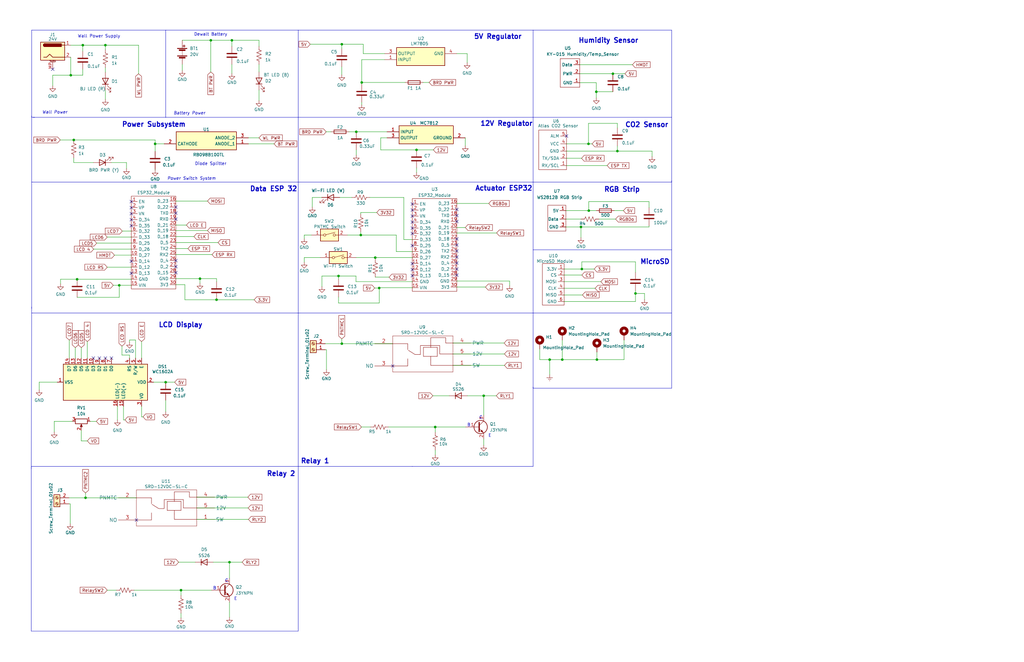
<source format=kicad_sch>
(kicad_sch (version 20230121) (generator eeschema)
  (paper "B")
  (title_block (title "Functional Board ") (date "2/21/2023") (rev "MK.1") (company "Arizona State University CNCE"))
  (lib_symbols
    (symbol "CapstoneSymbols:7805"
      (property "Reference" "U" (at 0 0 0))
      (symbol "7805_1_1"
        (pin passive line (at 13.97 -7.62 180) (length 5.08) (name "INPUT") (number "1"))
        (pin passive line (at 13.97 -5.08 180) (length 5.08) (name "OUTPUT") (number "3"))
        (pin passive line (at -16.51 -5.08 0) (length 5.08) (name "GND") (number "4"))
      )
    )
    (symbol "CapstoneSymbols:7812"
      (property "Reference" "U" (at 0 0 0))
      (symbol "7812_1_1"
        (pin passive line (at 16.002 -6.858 180) (length 5.08) (name "INPUT") (number "1"))
        (pin passive line (at -17.018 -4.318 0) (length 5.08) (name "GROUND") (number "2"))
        (pin passive line (at 16.002 -4.318 180) (length 5.08) (name "OUTPUT") (number "3"))
      )
    )
    (symbol "CapstoneSymbols:Atlas_CO2_Sensor"
      (property "Reference" "U" (at 0 3.302 0))
      (property "Value" "Atlas CO2 Sensor" (at 0.508 1.016 0))
      (symbol "Atlas_CO2_Sensor_1_0"
        (pin input line (at 6.096 -14.986 180) (length 2.54) (name "RX/SCL") (number "1"))
        (pin input line (at 6.096 -11.938 180) (length 2.54) (name "TX/SDA") (number "2"))
        (pin input line (at 6.096 -8.89 180) (length 2.54) (name "GND") (number "3"))
        (pin input line (at 6.096 -5.842 180) (length 2.54) (name "VCC") (number "4"))
        (pin input line (at 6.096 -2.54 180) (length 2.54) (name "ALM") (number "5"))
      )
    )
    (symbol "CapstoneSymbols:ESP32_Module"
      (property "Reference" "U" (at -13.716 1.016 0))
      (property "Value" "ESP32_Module" (at -13.462 -1.016 0))
      (symbol "ESP32_Module_1_0"
        (pin input line (at -3.556 -39.37 180) (length 2.54) (name "3V3") (number "30"))
      )
      (symbol "ESP32_Module_1_1"
        (pin input line (at -22.352 -4.318 0) (length 2.54) (name "EN") (number "1"))
        (pin input line (at -22.352 -26.924 0) (length 2.54) (name "D_27") (number "10"))
        (pin input line (at -22.352 -29.464 0) (length 2.54) (name "D_14") (number "11"))
        (pin input line (at -22.352 -32.004 0) (length 2.54) (name "D_12") (number "12"))
        (pin input line (at -22.352 -34.544 0) (length 2.54) (name "D_13") (number "13"))
        (pin input line (at -22.352 -37.084 0) (length 2.54) (name "GND") (number "14"))
        (pin input line (at -22.352 -39.624 0) (length 2.54) (name "VIN") (number "15"))
        (pin input line (at -3.556 -4.064 180) (length 2.54) (name "D_23") (number "16"))
        (pin input line (at -3.556 -6.604 180) (length 2.54) (name "D_22") (number "17"))
        (pin input line (at -3.556 -9.144 180) (length 2.54) (name "TX0") (number "18"))
        (pin input line (at -3.556 -11.684 180) (length 2.54) (name "RX0") (number "19"))
        (pin input line (at -22.352 -6.858 0) (length 2.54) (name "VP") (number "2"))
        (pin input line (at -3.556 -14.224 180) (length 2.54) (name "D_21") (number "20"))
        (pin input line (at -3.556 -16.51 180) (length 2.54) (name "D_19") (number "21"))
        (pin input line (at -3.556 -19.05 180) (length 2.54) (name "D_18") (number "22"))
        (pin input line (at -3.556 -21.59 180) (length 2.54) (name "D_5") (number "23"))
        (pin input line (at -3.556 -24.13 180) (length 2.54) (name "TX2") (number "24"))
        (pin input line (at -3.556 -26.67 180) (length 2.54) (name "RX2") (number "25"))
        (pin input line (at -3.556 -29.21 180) (length 2.54) (name "D_4") (number "26"))
        (pin input line (at -3.556 -31.75 180) (length 2.54) (name "D_2") (number "27"))
        (pin input line (at -3.556 -34.29 180) (length 2.54) (name "D_15") (number "28"))
        (pin input line (at -3.556 -36.83 180) (length 2.54) (name "GND") (number "29"))
        (pin input line (at -22.352 -9.398 0) (length 2.54) (name "VN") (number "3"))
        (pin input line (at -22.352 -11.938 0) (length 2.54) (name "D_34") (number "4"))
        (pin input line (at -22.352 -14.478 0) (length 2.54) (name "D_35") (number "5"))
        (pin input line (at -22.352 -16.764 0) (length 2.54) (name "D_32") (number "6"))
        (pin input line (at -22.352 -19.304 0) (length 2.54) (name "D_33") (number "7"))
        (pin input line (at -22.352 -21.844 0) (length 2.54) (name "D_25") (number "8"))
        (pin input line (at -22.352 -24.384 0) (length 2.54) (name "D_26") (number "9"))
      )
    )
    (symbol "CapstoneSymbols:MicroSD_Module"
      (property "Reference" "U" (at 0.254 2.794 0))
      (property "Value" "MicroSD Module" (at 0 1.016 0))
      (symbol "MicroSD_Module_1_0"
        (pin input line (at 3.302 -2.286 180) (length 2.54) (name "3.3V") (number "1"))
        (pin input line (at 3.302 -4.826 180) (length 2.54) (name "CS") (number "2"))
        (pin input line (at 3.302 -7.62 180) (length 2.54) (name "MOSI") (number "3"))
        (pin input line (at 3.302 -10.414 180) (length 2.54) (name "CLK") (number "4"))
        (pin input line (at 3.302 -13.208 180) (length 2.54) (name "MISO") (number "5"))
        (pin input line (at 3.302 -16.002 180) (length 2.54) (name "GND") (number "6"))
      )
    )
    (symbol "CapstoneSymbols:RB098BM100TL"
      (property "Reference" "U" (at 0 0 0))
      (symbol "RB098BM100TL_1_1"
        (pin passive line (at -16.764 -4.572 0) (length 5.08) (name "ANODE_1") (number "1"))
        (pin passive line (at 18.796 -4.572 180) (length 5.08) (name "CATHODE") (number "2"))
        (pin passive line (at -16.764 -7.112 0) (length 5.08) (name "ANODE_2") (number "3"))
      )
    )
    (symbol "CapstoneSymbols:SRD12VRelay"
      (property "Reference" "U" (at -0.762 -1.524 0))
      (property "Value" "SRD-12VDC-SL-C" (at -0.762 -4.064 0))
      (symbol "SRD12VRelay_1_1"
        (pin input line (at 12.446 -18.034 0) (length 7.62) (name "SW") (number "1"))
        (pin input line (at -12.954 -8.89 180) (length 7.62) (name "PNMTC") (number "2"))
        (pin input line (at -12.954 -18.288 180) (length 7.62) (name "NO") (number "3"))
        (pin input line (at 12.446 -8.636 0) (length 7.62) (name "PWR") (number "4"))
        (pin input line (at 12.446 -13.208 0) (length 7.62) (name "12V") (number "5"))
      )
    )
    (symbol "CapstoneSymbols:WS2812B_RGB_Strip"
      (property "Reference" "U7" (at -1.524 5.461 0))
      (property "Value" "WS2812B RGB Strip" (at -0.381 2.794 0))
      (symbol "WS2812B_RGB_Strip_1_0"
        (pin input line (at 2.286 -2.794 180) (length 2.54) (name "5V") (number "1"))
        (pin input line (at 2.286 -6.35 180) (length 2.54) (name "Data") (number "2"))
        (pin input line (at 2.286 -9.652 180) (length 2.54) (name "GND") (number "3"))
      )
    )
    (symbol "Christians Library:KY-015_Humidity{slash}Temp_Sensor"
      (property "Reference" "U5" (at -0.3175 0 0))
      (property "Value" "KY-015 Humidity/Temp_Sensor" (at -0.3175 -2.54 0))
      (symbol "KY-015_Humidity{slash}Temp_Sensor_1_1"
        (pin input line (at 3.81 -15.24 180) (length 2.54) (name "GND") (number "1"))
        (pin input line (at 3.81 -11.43 180) (length 2.54) (name "PWR") (number "2"))
        (pin input line (at 3.81 -7.62 180) (length 2.54) (name "Data") (number "3"))
      )
    )
    (symbol "Connector:Barrel_Jack_MountingPin" (pin_names hide)
      (property "Reference" "J" (at 0 5.334 0))
      (property "Value" "Barrel_Jack_MountingPin" (at 1.27 -6.35 0))
      (symbol "Barrel_Jack_MountingPin_1_1"
        (text "Mounting" (at 0 -4.191 0) (effects (font (size 0.381 0.381))))
        (pin passive line (at 7.62 2.54 180) (length 2.54) (name "~") (number "1"))
        (pin passive line (at 7.62 -2.54 180) (length 2.54) (name "~") (number "2"))
        (pin passive line (at 0 -7.62 90) (length 3.048) (name "MountPin") (number "MP"))
      )
    )
    (symbol "Connector:Screw_Terminal_01x02" (pin_names (offset 1.016) hide)
      (property "Reference" "J" (at 0 2.54 0))
      (property "Value" "Screw_Terminal_01x02" (at 0 -5.08 0))
      (symbol "Screw_Terminal_01x02_1_1"
        (pin passive line (at -5.08 0 0) (length 3.81) (name "Pin_1") (number "1"))
        (pin passive line (at -5.08 -2.54 0) (length 3.81) (name "Pin_2") (number "2"))
      )
    )
    (symbol "Device:Battery" (pin_numbers hide) (pin_names (offset 0) hide)
      (property "Reference" "BT" (at 2.54 2.54 0))
      (property "Value" "Battery" (at 2.54 0 0))
      (symbol "Battery_1_1"
        (pin passive line (at 0 5.08 270) (length 2.54) (name "+") (number "1"))
        (pin passive line (at 0 -5.08 90) (length 2.54) (name "-") (number "2"))
      )
    )
    (symbol "Device:C" (pin_numbers hide) (pin_names (offset 0.254))
      (property "Reference" "C" (at 0.635 2.54 0))
      (property "Value" "C" (at 0.635 -2.54 0))
      (symbol "C_1_1"
        (pin passive line (at 0 3.81 270) (length 2.794) (name "~") (number "1"))
        (pin passive line (at 0 -3.81 90) (length 2.794) (name "~") (number "2"))
      )
    )
    (symbol "Device:Fuse" (pin_numbers hide) (pin_names (offset 0))
      (property "Reference" "F" (at 2.032 0 90))
      (property "Value" "Fuse" (at -1.905 0 90))
      (symbol "Fuse_1_1"
        (pin passive line (at 0 3.81 270) (length 1.27) (name "~") (number "1"))
        (pin passive line (at 0 -3.81 90) (length 1.27) (name "~") (number "2"))
      )
    )
    (symbol "Device:LED" (pin_numbers hide) (pin_names (offset 1.016) hide)
      (property "Reference" "D" (at 0 2.54 0))
      (property "Value" "LED" (at 0 -2.54 0))
      (symbol "LED_1_1"
        (pin passive line (at -3.81 0 0) (length 2.54) (name "K") (number "1"))
        (pin passive line (at 3.81 0 180) (length 2.54) (name "A") (number "2"))
      )
    )
    (symbol "Device:R_Potentiometer" (pin_names (offset 1.016) hide)
      (property "Reference" "RV" (at -4.445 0 90))
      (property "Value" "R_Potentiometer" (at -2.54 0 90))
      (symbol "R_Potentiometer_1_1"
        (pin passive line (at 0 3.81 270) (length 1.27) (name "1") (number "1"))
        (pin passive line (at 3.81 0 180) (length 1.27) (name "2") (number "2"))
        (pin passive line (at 0 -3.81 90) (length 1.27) (name "3") (number "3"))
      )
    )
    (symbol "Device:R_US" (pin_numbers hide) (pin_names (offset 0))
      (property "Reference" "R" (at 2.54 0 90))
      (property "Value" "R_US" (at -2.54 0 90))
      (symbol "R_US_1_1"
        (pin passive line (at 0 3.81 270) (length 1.27) (name "~") (number "1"))
        (pin passive line (at 0 -3.81 90) (length 1.27) (name "~") (number "2"))
      )
    )
    (symbol "Diode:1N4007" (pin_numbers hide) (pin_names (offset 1.016) hide)
      (property "Reference" "D" (at 0 2.54 0))
      (property "Value" "1N4007" (at 0 -2.54 0))
      (symbol "1N4007_1_1"
        (pin passive line (at -3.81 0 0) (length 2.54) (name "K") (number "1"))
        (pin passive line (at 3.81 0 180) (length 2.54) (name "A") (number "2"))
      )
    )
    (symbol "Display_Character:WC1602A"
      (property "Reference" "DS" (at -5.842 19.05 0))
      (property "Value" "WC1602A" (at 5.334 19.05 0))
      (symbol "WC1602A_1_1"
        (pin power_in line (at 0 -20.32 90) (length 2.54) (name "VSS") (number "1"))
        (pin input line (at -10.16 -5.08 0) (length 2.54) (name "D3") (number "10"))
        (pin input line (at -10.16 -7.62 0) (length 2.54) (name "D4") (number "11"))
        (pin input line (at -10.16 -10.16 0) (length 2.54) (name "D5") (number "12"))
        (pin input line (at -10.16 -12.7 0) (length 2.54) (name "D6") (number "13"))
        (pin input line (at -10.16 -15.24 0) (length 2.54) (name "D7") (number "14"))
        (pin power_in line (at 10.16 7.62 180) (length 2.54) (name "LED(+)") (number "15"))
        (pin power_in line (at 10.16 5.08 180) (length 2.54) (name "LED(-)") (number "16"))
        (pin power_in line (at 0 20.32 270) (length 2.54) (name "VDD") (number "2"))
        (pin input line (at 10.16 15.24 180) (length 2.54) (name "VO") (number "3"))
        (pin input line (at -10.16 10.16 0) (length 2.54) (name "RS") (number "4"))
        (pin input line (at -10.16 12.7 0) (length 2.54) (name "R/W") (number "5"))
        (pin input line (at -10.16 15.24 0) (length 2.54) (name "E") (number "6"))
        (pin input line (at -10.16 2.54 0) (length 2.54) (name "D0") (number "7"))
        (pin input line (at -10.16 0 0) (length 2.54) (name "D1") (number "8"))
        (pin input line (at -10.16 -2.54 0) (length 2.54) (name "D2") (number "9"))
      )
    )
    (symbol "Earth_1" (power) (pin_names (offset 0))
      (symbol "Earth_1_1_1"
        (pin power_in line (at 0 0 270) (length 0) hide (name "Earth") (number "1"))
      )
    )
    (symbol "Mechanical:MountingHole_Pad" (pin_numbers hide) (pin_names (offset 1.016) hide)
      (property "Reference" "H" (at 0 6.35 0))
      (property "Value" "MountingHole_Pad" (at 0 4.445 0))
      (symbol "MountingHole_Pad_1_1"
        (pin input line (at 0 -2.54 90) (length 2.54) (name "1") (number "1"))
      )
    )
    (symbol "Switch:SW_DIP_x01" (pin_names (offset 0) hide)
      (property "Reference" "SW" (at 0 3.81 0))
      (property "Value" "SW_DIP_x01" (at 0 -3.81 0))
      (symbol "SW_DIP_x01_1_1"
        (pin passive line (at -7.62 0 0) (length 5.08) (name "~") (number "1"))
        (pin passive line (at 7.62 0 180) (length 5.08) (name "~") (number "2"))
      )
    )
    (symbol "Transistor_BJT:2N3055" (pin_names (offset 0) hide)
      (property "Reference" "Q" (at 5.08 1.905 0))
      (property "Value" "2N3055" (at 5.08 0 0))
      (symbol "2N3055_1_1"
        (pin input line (at -5.08 0 0) (length 5.715) (name "B") (number "1"))
        (pin passive line (at 2.54 -5.08 90) (length 2.54) (name "E") (number "2"))
        (pin passive line (at 2.54 5.08 270) (length 2.54) (name "C") (number "3"))
      )
    )
    (symbol "power:GND" (power) (pin_names (offset 0))
      (property "Value" "GND" (at 0 -3.81 0))
      (symbol "GND_1_1"
        (pin power_in line (at 0 0 270) (length 0) hide (name "GND") (number "1"))
      )
    )
  )
  (junction (at 245.364 113.538))
  (junction (at 150.241 55.626))
  (junction (at 144.145 18.669))
  (junction (at 183.515 180.213))
  (junction (at 65.405 60.706))
  (junction (at 144.145 145.034))
  (junction (at 84.328 117.602))
  (junction (at 248.158 60.706))
  (junction (at 267.97 123.825))
  (junction (at 32.512 117.856))
  (junction (at 69.85 161.29))
  (junction (at 258.445 31.115))
  (junction (at 44.45 19.05))
  (junction (at 251.46 38.735))
  (junction (at 91.313 126.492))
  (junction (at 248.285 88.9))
  (junction (at 142.748 116.459))
  (junction (at 175.641 63.246))
  (junction (at 244.983 95.758))
  (junction (at 34.925 19.05))
  (junction (at 152.146 99.187))
  (junction (at 97.79 17.018))
  (junction (at 50.292 120.396))
  (junction (at 158.242 108.712))
  (junction (at 88.9 17.018))
  (junction (at 152.527 34.798))
  (junction (at 251.714 151.765))
  (junction (at 159.893 121.539))
  (junction (at 31.115 59.055))
  (junction (at 260.35 63.754))
  (junction (at 36.068 210.058))
  (junction (at 76.327 249.047))
  (junction (at 231.775 151.765))
  (junction (at 29.845 31.75))
  (junction (at 96.774 237.236))
  (junction (at 203.962 167.005))
  (junction (at 237.109 151.765))
  (no_connect (at 74.168 89.916))
  (no_connect (at 173.863 103.632))
  (no_connect (at 192.659 116.078))
  (no_connect (at 173.863 116.332))
  (no_connect (at 55.372 110.236))
  (no_connect (at 192.659 88.392))
  (no_connect (at 173.863 113.792))
  (no_connect (at 55.372 85.09))
  (no_connect (at 192.659 110.998))
  (no_connect (at 74.168 92.456))
  (no_connect (at 173.863 111.252))
  (no_connect (at 238.887 57.404))
  (no_connect (at 55.372 87.63))
  (no_connect (at 55.372 115.316))
  (no_connect (at 173.863 88.646))
  (no_connect (at 192.659 113.538))
  (no_connect (at 192.659 93.472))
  (no_connect (at 192.659 105.918))
  (no_connect (at 173.863 98.552))
  (no_connect (at 192.659 90.932))
  (no_connect (at 57.531 219.456))
  (no_connect (at 39.37 151.13))
  (no_connect (at 41.91 151.13))
  (no_connect (at 44.45 151.13))
  (no_connect (at 46.99 151.13))
  (no_connect (at 173.863 91.186))
  (no_connect (at 22.225 29.21))
  (no_connect (at 55.372 92.71))
  (no_connect (at 74.168 112.522))
  (no_connect (at 74.168 115.062))
  (no_connect (at 173.863 96.266))
  (no_connect (at 173.863 86.106))
  (no_connect (at 74.168 109.982))
  (no_connect (at 165.608 154.432))
  (no_connect (at 55.372 90.17))
  (no_connect (at 55.372 95.25))
  (no_connect (at 192.659 108.458))
  (no_connect (at 173.863 93.726))
  (no_connect (at 192.659 103.378))
  (no_connect (at 192.659 100.838))
  (no_connect (at 74.168 87.376))
  (wire (pts (xy 56.642 249.047) (xy 76.327 249.047)))
  (wire (pts (xy 142.748 127.889) (xy 159.893 127.889)))
  (polyline (pts (xy 224.79 132.08) (xy 283.21 132.08)))
  (polyline (pts (xy 173.736 196.85) (xy 224.79 196.85)))
  (wire (pts (xy 34.29 186.055) (xy 36.83 186.055)))
  (polyline (pts (xy 283.21 49.53) (xy 224.79 49.53)))
  (wire (pts (xy 44.45 20.955) (xy 44.45 19.05)))
  (polyline (pts (xy 125.73 132.08) (xy 125.73 76.835)))
  (wire (pts (xy 29.845 31.75) (xy 22.225 31.75)))
  (wire (pts (xy 203.962 185.293) (xy 203.962 187.833)))
  (wire (pts (xy 40.767 102.616) (xy 55.372 102.616)))
  (wire (pts (xy 54.61 143.51) (xy 57.15 143.51)))
  (wire (pts (xy 182.499 167.005) (xy 189.484 167.005)))
  (wire (pts (xy 150.114 116.459) (xy 142.748 116.459)))
  (wire (pts (xy 74.168 104.902) (xy 79.248 104.902)))
  (wire (pts (xy 248.285 88.9) (xy 251.46 88.9)))
  (polyline (pts (xy 13.97 49.53) (xy 69.85 49.53)))
  (wire (pts (xy 152.527 34.798) (xy 170.815 34.798)))
  (wire (pts (xy 82.931 214.376) (xy 104.648 214.376)))
  (wire (pts (xy 147.193 55.626) (xy 150.241 55.626)))
  (wire (pts (xy 260.35 52.07) (xy 248.158 52.07)))
  (wire (pts (xy 44.45 19.05) (xy 58.42 19.05)))
  (wire (pts (xy 34.925 29.21) (xy 34.925 31.75)))
  (wire (pts (xy 74.168 94.996) (xy 78.613 94.996)))
  (wire (pts (xy 29.083 210.058) (xy 36.068 210.058)))
  (wire (pts (xy 25.527 119.761) (xy 25.527 117.856)))
  (wire (pts (xy 237.871 118.872) (xy 253.365 118.872)))
  (wire (pts (xy 51.562 97.536) (xy 55.372 97.536)))
  (wire (pts (xy 167.132 106.172) (xy 167.132 99.187)))
  (wire (pts (xy 32.512 125.476) (xy 50.292 125.476)))
  (wire (pts (xy 170.307 83.312) (xy 170.307 101.092)))
  (wire (pts (xy 25.527 117.856) (xy 32.512 117.856)))
  (wire (pts (xy 183.515 180.213) (xy 196.342 180.213)))
  (polyline (pts (xy 13.335 49.53) (xy 14.605 49.53)))
  (wire (pts (xy 153.162 22.606) (xy 153.162 18.669)))
  (wire (pts (xy 76.835 17.018) (xy 88.9 17.018)))
  (wire (pts (xy 152.146 90.297) (xy 152.146 89.662)))
  (wire (pts (xy 192.659 85.852) (xy 206.121 85.852)))
  (wire (pts (xy 175.641 63.246) (xy 182.753 63.246)))
  (wire (pts (xy 59.69 175.895) (xy 59.69 171.45)))
  (wire (pts (xy 170.307 101.092) (xy 173.863 101.092)))
  (wire (pts (xy 231.775 151.765) (xy 237.109 151.765)))
  (wire (pts (xy 31.75 146.685) (xy 31.75 151.13)))
  (wire (pts (xy 271.78 126.365) (xy 271.78 123.825)))
  (wire (pts (xy 160.528 63.246) (xy 160.528 58.166)))
  (wire (pts (xy 237.871 127.254) (xy 267.97 127.254)))
  (wire (pts (xy 32.512 117.856) (xy 55.372 117.856)))
  (wire (pts (xy 104.775 60.706) (xy 115.57 60.706)))
  (wire (pts (xy 109.22 17.018) (xy 109.22 19.558)))
  (wire (pts (xy 25.4 59.055) (xy 31.115 59.055)))
  (wire (pts (xy 97.79 17.018) (xy 97.79 19.558)))
  (wire (pts (xy 135.636 83.312) (xy 131.699 83.312)))
  (wire (pts (xy 244.475 31.115) (xy 258.445 31.115)))
  (wire (pts (xy 248.158 60.706) (xy 249.682 60.706)))
  (wire (pts (xy 76.327 258.826) (xy 76.327 260.731)))
  (wire (pts (xy 157.988 121.539) (xy 159.893 121.539)))
  (wire (pts (xy 88.9 17.018) (xy 88.9 30.353)))
  (wire (pts (xy 50.292 125.476) (xy 50.292 120.396)))
  (wire (pts (xy 192.659 118.618) (xy 214.884 118.618)))
  (wire (pts (xy 137.668 147.574) (xy 137.668 155.956)))
  (wire (pts (xy 131.699 83.312) (xy 131.699 87.376)))
  (wire (pts (xy 203.962 167.005) (xy 209.296 167.005)))
  (wire (pts (xy 65.405 60.706) (xy 65.405 59.055)))
  (polyline (pts (xy 13.208 197.866) (xy 13.335 129.54)))
  (wire (pts (xy 251.714 151.765) (xy 263.144 151.765)))
  (wire (pts (xy 238.633 95.758) (xy 244.983 95.758)))
  (polyline (pts (xy 125.73 12.7) (xy 125.73 49.53)))
  (wire (pts (xy 74.168 102.362) (xy 91.948 102.362)))
  (wire (pts (xy 29.845 19.05) (xy 34.925 19.05)))
  (polyline (pts (xy 224.79 105.41) (xy 224.79 132.08)))
  (wire (pts (xy 238.633 92.456) (xy 244.983 92.456)))
  (wire (pts (xy 34.925 21.59) (xy 34.925 19.05)))
  (wire (pts (xy 237.871 124.46) (xy 245.618 124.46)))
  (wire (pts (xy 96.774 237.236) (xy 96.774 243.967)))
  (wire (pts (xy 69.85 161.29) (xy 73.66 161.29)))
  (wire (pts (xy 155.956 83.312) (xy 170.307 83.312)))
  (wire (pts (xy 143.256 83.312) (xy 148.336 83.312)))
  (wire (pts (xy 183.515 182.372) (xy 183.515 180.213)))
  (polyline (pts (xy 224.79 12.7) (xy 224.79 76.835)))
  (wire (pts (xy 274.955 63.754) (xy 274.955 66.04)))
  (wire (pts (xy 260.35 52.07) (xy 260.35 53.975)))
  (wire (pts (xy 59.69 144.145) (xy 59.69 151.13)))
  (wire (pts (xy 163.83 180.213) (xy 183.515 180.213)))
  (wire (pts (xy 237.109 151.765) (xy 251.714 151.765)))
  (wire (pts (xy 152.146 99.187) (xy 167.132 99.187)))
  (wire (pts (xy 52.07 177.165) (xy 52.07 171.45)))
  (wire (pts (xy 16.51 161.29) (xy 24.13 161.29)))
  (wire (pts (xy 39.497 105.156) (xy 55.372 105.156)))
  (wire (pts (xy 227.584 151.765) (xy 227.584 147.32)))
  (wire (pts (xy 152.527 43.18) (xy 152.527 44.196)))
  (wire (pts (xy 237.871 121.666) (xy 250.952 121.666)))
  (wire (pts (xy 48.26 107.696) (xy 55.372 107.696)))
  (wire (pts (xy 259.08 88.9) (xy 262.89 88.9)))
  (wire (pts (xy 160.528 58.166) (xy 163.195 58.166)))
  (wire (pts (xy 144.145 145.034) (xy 165.608 145.034)))
  (wire (pts (xy 203.962 167.005) (xy 203.962 175.133)))
  (polyline (pts (xy 13.335 76.835) (xy 13.335 48.895)))
  (wire (pts (xy 29.083 212.598) (xy 29.591 212.598)))
  (wire (pts (xy 82.931 219.202) (xy 104.775 219.202)))
  (wire (pts (xy 142.748 125.349) (xy 142.748 127.889)))
  (wire (pts (xy 54.61 144.399) (xy 54.61 143.51)))
  (wire (pts (xy 69.85 168.91) (xy 69.85 173.736)))
  (wire (pts (xy 152.527 35.56) (xy 152.527 34.798)))
  (wire (pts (xy 76.327 249.047) (xy 89.154 249.047)))
  (wire (pts (xy 91.313 117.602) (xy 84.328 117.602)))
  (wire (pts (xy 34.925 19.05) (xy 44.45 19.05)))
  (wire (pts (xy 84.328 117.602) (xy 84.328 119.507)))
  (polyline (pts (xy 125.73 49.53) (xy 224.79 49.53)))
  (wire (pts (xy 96.774 237.236) (xy 102.108 237.236)))
  (wire (pts (xy 34.29 146.685) (xy 34.29 151.13)))
  (wire (pts (xy 158.242 108.712) (xy 158.242 109.347)))
  (wire (pts (xy 238.887 60.706) (xy 248.158 60.706)))
  (wire (pts (xy 150.241 108.712) (xy 158.242 108.712)))
  (polyline (pts (xy 125.73 49.53) (xy 125.73 76.835)))
  (wire (pts (xy 128.27 99.187) (xy 131.318 99.187)))
  (wire (pts (xy 173.863 118.872) (xy 150.114 118.872)))
  (wire (pts (xy 237.109 143.51) (xy 237.109 151.765)))
  (polyline (pts (xy 69.85 12.7) (xy 13.335 12.7)))
  (wire (pts (xy 109.22 27.178) (xy 109.22 30.353)))
  (wire (pts (xy 29.845 24.13) (xy 29.845 31.75)))
  (wire (pts (xy 175.641 70.866) (xy 175.641 72.771)))
  (polyline (pts (xy 125.73 196.85) (xy 13.335 196.85)))
  (wire (pts (xy 104.775 58.166) (xy 109.22 58.166)))
  (wire (pts (xy 77.978 126.492) (xy 91.313 126.492)))
  (polyline (pts (xy 224.79 12.7) (xy 283.21 12.7)))
  (wire (pts (xy 74.168 97.282) (xy 87.503 97.282)))
  (wire (pts (xy 44.45 38.1) (xy 44.45 41.91)))
  (polyline (pts (xy 224.79 105.41) (xy 283.21 105.41)))
  (wire (pts (xy 245.364 110.49) (xy 267.97 110.49)))
  (wire (pts (xy 128.27 100.711) (xy 128.27 99.187)))
  (wire (pts (xy 45.212 100.076) (xy 55.372 100.076)))
  (wire (pts (xy 271.78 123.825) (xy 267.97 123.825)))
  (wire (pts (xy 89.916 237.236) (xy 96.774 237.236)))
  (wire (pts (xy 74.168 120.142) (xy 77.978 120.142)))
  (wire (pts (xy 191.008 154.178) (xy 212.725 154.178)))
  (polyline (pts (xy 69.85 49.53) (xy 69.85 12.7)))
  (polyline (pts (xy 125.73 196.85) (xy 125.73 266.319)))
  (wire (pts (xy 192.659 98.298) (xy 209.423 98.298)))
  (wire (pts (xy 180.975 34.798) (xy 178.435 34.798)))
  (wire (pts (xy 162.179 22.606) (xy 153.162 22.606)))
  (wire (pts (xy 263.144 143.51) (xy 263.144 151.765)))
  (wire (pts (xy 238.887 69.85) (xy 256.032 69.85)))
  (wire (pts (xy 45.212 249.047) (xy 49.022 249.047)))
  (wire (pts (xy 47.752 120.396) (xy 50.292 120.396)))
  (wire (pts (xy 34.925 31.75) (xy 29.845 31.75)))
  (wire (pts (xy 153.162 18.669) (xy 144.145 18.669)))
  (wire (pts (xy 196.977 22.606) (xy 196.977 26.416)))
  (polyline (pts (xy 283.21 105.41) (xy 283.21 163.83)))
  (wire (pts (xy 44.45 28.575) (xy 44.45 30.48)))
  (polyline (pts (xy 125.73 76.835) (xy 13.335 76.835)))
  (wire (pts (xy 65.405 71.501) (xy 65.405 71.755)))
  (wire (pts (xy 196.215 58.166) (xy 196.215 61.468)))
  (wire (pts (xy 183.515 189.992) (xy 183.515 191.897)))
  (polyline (pts (xy 125.73 132.08) (xy 125.73 196.85)))
  (polyline (pts (xy 69.85 12.7) (xy 125.73 12.7)))
  (wire (pts (xy 214.884 118.618) (xy 214.884 120.523)))
  (wire (pts (xy 144.145 18.669) (xy 130.81 18.669)))
  (wire (pts (xy 50.292 120.396) (xy 55.372 120.396)))
  (wire (pts (xy 191.008 144.78) (xy 212.598 144.78)))
  (wire (pts (xy 248.285 85.09) (xy 273.685 85.09)))
  (wire (pts (xy 152.527 25.146) (xy 152.527 34.798)))
  (polyline (pts (xy 125.73 196.85) (xy 173.99 196.85)))
  (wire (pts (xy 36.83 144.145) (xy 36.83 151.13)))
  (wire (pts (xy 51.435 146.05) (xy 51.435 149.86)))
  (wire (pts (xy 109.22 37.973) (xy 109.22 42.418)))
  (wire (pts (xy 128.27 108.712) (xy 128.27 110.617)))
  (wire (pts (xy 31.115 68.58) (xy 39.37 68.58)))
  (wire (pts (xy 54.61 149.86) (xy 54.61 151.13)))
  (polyline (pts (xy 283.21 105.41) (xy 283.21 76.2)))
  (wire (pts (xy 238.887 63.754) (xy 260.35 63.754)))
  (wire (pts (xy 34.29 181.61) (xy 34.29 186.055)))
  (polyline (pts (xy 125.73 12.7) (xy 224.79 12.7)))
  (wire (pts (xy 251.46 34.925) (xy 251.46 38.735)))
  (wire (pts (xy 244.475 34.925) (xy 251.46 34.925)))
  (wire (pts (xy 64.77 161.29) (xy 69.85 161.29)))
  (wire (pts (xy 142.748 117.729) (xy 142.748 116.459)))
  (polyline (pts (xy 125.73 49.53) (xy 69.85 49.53)))
  (wire (pts (xy 29.21 143.51) (xy 29.21 151.13)))
  (wire (pts (xy 192.659 96.012) (xy 196.215 96.012)))
  (wire (pts (xy 65.405 60.706) (xy 69.215 60.706)))
  (polyline (pts (xy 283.21 76.835) (xy 283.21 49.53)))
  (wire (pts (xy 74.168 107.442) (xy 89.408 107.442)))
  (wire (pts (xy 135.001 108.712) (xy 128.27 108.712)))
  (wire (pts (xy 267.97 122.555) (xy 267.97 123.825)))
  (polyline (pts (xy 224.79 132.08) (xy 224.79 163.83)))
  (wire (pts (xy 197.104 167.005) (xy 203.962 167.005)))
  (wire (pts (xy 146.558 99.187) (xy 152.146 99.187)))
  (wire (pts (xy 53.34 68.58) (xy 53.34 71.12)))
  (polyline (pts (xy 224.79 76.835) (xy 224.79 105.41)))
  (wire (pts (xy 76.327 251.206) (xy 76.327 249.047)))
  (wire (pts (xy 231.775 158.115) (xy 231.775 151.765)))
  (wire (pts (xy 22.86 177.8) (xy 22.86 182.245)))
  (wire (pts (xy 144.145 18.669) (xy 144.145 20.574)))
  (wire (pts (xy 159.893 127.889) (xy 159.893 121.539)))
  (wire (pts (xy 135.763 116.459) (xy 142.748 116.459)))
  (wire (pts (xy 29.591 212.598) (xy 29.591 220.98)))
  (wire (pts (xy 144.145 143.002) (xy 144.145 145.034)))
  (wire (pts (xy 74.168 99.822) (xy 81.788 99.822)))
  (wire (pts (xy 159.893 121.412) (xy 173.863 121.412)))
  (polyline (pts (xy 224.79 76.835) (xy 125.73 76.835)))
  (wire (pts (xy 82.931 209.804) (xy 104.521 209.804)))
  (wire (pts (xy 137.16 147.574) (xy 137.668 147.574)))
  (wire (pts (xy 251.46 41.275) (xy 251.46 38.735)))
  (wire (pts (xy 49.53 171.45) (xy 49.53 177.165)))
  (wire (pts (xy 238.633 88.9) (xy 248.285 88.9)))
  (wire (pts (xy 152.146 89.662) (xy 158.877 89.662)))
  (wire (pts (xy 91.313 118.872) (xy 91.313 117.602)))
  (wire (pts (xy 273.685 95.758) (xy 273.685 95.25)))
  (wire (pts (xy 251.46 38.735) (xy 258.445 38.735)))
  (wire (pts (xy 31.115 66.675) (xy 31.115 68.58)))
  (polyline (pts (xy 283.21 12.7) (xy 283.21 49.53)))
  (wire (pts (xy 16.51 164.465) (xy 16.51 161.29)))
  (wire (pts (xy 38.1 177.8) (xy 40.64 177.8)))
  (wire (pts (xy 237.871 116.078) (xy 245.364 116.078)))
  (polyline (pts (xy 13.208 266.319) (xy 13.208 196.85)))
  (wire (pts (xy 162.179 25.146) (xy 152.527 25.146)))
  (wire (pts (xy 238.887 66.802) (xy 245.237 66.802)))
  (wire (pts (xy 60.325 175.895) (xy 59.69 175.895)))
  (wire (pts (xy 191.008 149.352) (xy 212.725 149.352)))
  (wire (pts (xy 260.35 61.595) (xy 260.35 63.754)))
  (wire (pts (xy 36.068 210.058) (xy 57.531 210.058)))
  (polyline (pts (xy 13.335 76.835) (xy 13.335 130.175)))
  (wire (pts (xy 252.603 92.456) (xy 259.588 92.456)))
  (wire (pts (xy 150.241 55.626) (xy 163.195 55.626)))
  (wire (pts (xy 192.659 121.158) (xy 204.724 121.158)))
  (wire (pts (xy 160.528 63.246) (xy 175.641 63.246)))
  (wire (pts (xy 144.145 28.194) (xy 144.145 31.496)))
  (wire (pts (xy 52.705 177.165) (xy 52.07 177.165)))
  (wire (pts (xy 97.79 27.178) (xy 97.79 30.988)))
  (wire (pts (xy 137.16 145.034) (xy 144.145 145.034)))
  (wire (pts (xy 267.97 127.254) (xy 267.97 123.825)))
  (wire (pts (xy 192.659 22.606) (xy 196.977 22.606)))
  (polyline (pts (xy 125.73 266.319) (xy 13.208 266.319)))
  (polyline (pts (xy 224.79 196.85) (xy 224.79 163.322)))
  (polyline (pts (xy 13.335 132.08) (xy 125.73 132.08)))
  (wire (pts (xy 244.983 100.203) (xy 244.983 95.758)))
  (wire (pts (xy 150.241 63.246) (xy 150.241 65.405)))
  (wire (pts (xy 58.42 19.05) (xy 58.42 31.115)))
  (wire (pts (xy 65.405 63.881) (xy 65.405 60.706)))
  (wire (pts (xy 135.763 120.904) (xy 135.763 116.459)))
  (wire (pts (xy 97.79 17.018) (xy 109.22 17.018)))
  (wire (pts (xy 152.146 97.917) (xy 152.146 99.187)))
  (wire (pts (xy 22.225 31.75) (xy 22.225 36.195)))
  (wire (pts (xy 273.685 87.63) (xy 273.685 85.09)))
  (wire (pts (xy 158.242 116.967) (xy 164.084 116.967)))
  (wire (pts (xy 227.584 151.765) (xy 231.775 151.765)))
  (polyline (pts (xy 224.79 76.835) (xy 283.21 76.835)))
  (polyline (pts (xy 13.335 12.7) (xy 13.335 49.53)))
  (wire (pts (xy 137.541 55.626) (xy 139.573 55.626)))
  (wire (pts (xy 88.9 17.018) (xy 97.79 17.018)))
  (wire (pts (xy 248.285 85.09) (xy 248.285 88.9)))
  (wire (pts (xy 51.435 149.86) (xy 54.61 149.86)))
  (wire (pts (xy 152.4 180.213) (xy 156.21 180.213)))
  (wire (pts (xy 260.35 63.754) (xy 274.955 63.754)))
  (wire (pts (xy 159.893 121.412) (xy 159.893 121.539)))
  (wire (pts (xy 244.983 95.758) (xy 273.685 95.758)))
  (wire (pts (xy 31.115 59.055) (xy 65.405 59.055)))
  (wire (pts (xy 57.15 143.51) (xy 57.15 151.13)))
  (wire (pts (xy 150.114 118.872) (xy 150.114 116.459)))
  (wire (pts (xy 251.714 148.59) (xy 251.714 151.765)))
  (polyline (pts (xy 283.21 163.83) (xy 224.79 163.83)))
  (wire (pts (xy 91.313 126.492) (xy 107.188 126.492)))
  (polyline (pts (xy 224.79 132.08) (xy 125.73 132.08)))
  (wire (pts (xy 237.871 113.538) (xy 245.364 113.538)))
  (wire (pts (xy 96.774 254.127) (xy 96.774 260.477)))
  (wire (pts (xy 74.168 117.602) (xy 84.328 117.602)))
  (wire (pts (xy 75.311 237.236) (xy 82.296 237.236)))
  (wire (pts (xy 245.364 110.49) (xy 245.364 113.538)))
  (wire (pts (xy 173.863 106.172) (xy 167.132 106.172)))
  (wire (pts (xy 245.364 113.538) (xy 250.571 113.538)))
  (wire (pts (xy 258.445 31.115) (xy 263.525 31.115)))
  (wire (pts (xy 76.835 27.178) (xy 76.835 29.718)))
  (wire (pts (xy 74.168 84.836) (xy 87.503 84.836)))
  (wire (pts (xy 158.242 108.712) (xy 173.863 108.712)))
  (wire (pts (xy 30.48 177.8) (xy 22.86 177.8)))
  (wire (pts (xy 77.978 120.142) (xy 77.978 126.492)))
  (wire (pts (xy 267.97 114.935) (xy 267.97 110.49)))
  (wire (pts (xy 248.158 52.07) (xy 248.158 60.706)))
  (wire (pts (xy 46.99 68.58) (xy 53.34 68.58)))
  (wire (pts (xy 45.212 112.776) (xy 55.372 112.776)))
  (wire (pts (xy 36.068 208.026) (xy 36.068 210.058)))
  (wire (pts (xy 244.475 27.305) (xy 266.7 27.305)))
  (text "5V Regulator" (at 199.771 16.764 0) (effects (font (size 2.032 2.032) (thickness 0.4064) bold) (justify left bottom)))
  (text "C" (at 202.057 177.038 0) (effects (font (size 1.27 1.27)) (justify left bottom)))
  (text "Actuator ESP32\n" (at 200.279 80.772 0) (effects (font (size 2.032 2.032) (thickness 0.4064) bold) (justify left bottom)))
  (text "Data ESP 32" (at 105.283 81.026 0) (effects (font (size 2.032 2.032) (thickness 0.4064) bold) (justify left bottom)))
  (text "MicroSD" (at 269.875 111.76 0) (effects (font (size 2.032 2.032) (thickness 0.4064) bold) (justify left bottom)))
  (text "Wall Power" (at 17.78 48.26 0) (effects (font (size 1.27 1.27) italic) (justify left bottom)))
  (text "Dewalt Battery" (at 81.788 15.367 0) (effects (font (size 1.27 1.27)) (justify left bottom)))
  (text "Battery Power" (at 73.152 48.641 0) (effects (font (size 1.27 1.27) italic) (justify left bottom)))
  (text "RGB Strip\n" (at 254.635 81.28 0) (effects (font (size 2.032 2.032) (thickness 0.4064) bold) (justify left bottom)))
  (text "E" (at 205.867 184.658 0) (effects (font (size 1.27 1.27)) (justify left bottom)))
  (text "CO2 Sensor" (at 263.525 53.975 0) (effects (font (size 2.032 2.032) (thickness 0.4064) bold) (justify left bottom)))
  (text "Diode Splitter" (at 82.169 69.977 0) (effects (font (size 1.27 1.27)) (justify left bottom)))
  (text "Humidity Sensor" (at 243.84 18.415 0) (effects (font (size 2.032 2.032) (thickness 0.4064) bold) (justify left bottom)))
  (text "Wall Power Supply" (at 32.766 16.129 0) (effects (font (size 1.27 1.27)) (justify left bottom)))
  (text "Power Subsystem" (at 51.308 53.848 0) (effects (font (size 2.032 2.032) (thickness 0.4064) bold) (justify left bottom)))
  (text "C" (at 94.869 245.872 0) (effects (font (size 1.27 1.27)) (justify left bottom)))
  (text "Relay 2\n\n\n" (at 112.395 207.772 0) (effects (font (size 2.032 2.032) (thickness 0.4064) bold) (justify left bottom)))
  (text "Power Switch System" (at 70.485 76.2 0) (effects (font (size 1.27 1.27) italic) (justify left bottom)))
  (text "12V Regulator" (at 202.438 53.467 0) (effects (font (size 2.032 2.032) (thickness 0.4064) bold) (justify left bottom)))
  (text "E" (at 98.679 253.492 0) (effects (font (size 1.27 1.27)) (justify left bottom)))
  (text "B" (at 196.977 180.213 0) (effects (font (size 1.27 1.27)) (justify left bottom)))
  (text "Relay 1\n\n" (at 126.746 199.136 0) (effects (font (size 2.032 2.032) (thickness 0.4064) bold) (justify left bottom)))
  (text "LCD Display" (at 66.802 138.43 0) (effects (font (size 2.032 2.032) (thickness 0.4064) bold) (justify left bottom)))
  (text "B" (at 89.789 249.047 0) (effects (font (size 1.27 1.27)) (justify left bottom)))
  (global_label "RelaySW1" (shape input) (at 209.423 98.298 0) (property "Intersheetrefs" "${INTERSHEET_REFS}" (effects hide)))
  (global_label "BT PWR" (shape input) (at 88.9 30.353 270) (property "Intersheetrefs" "${INTERSHEET_REFS}" (effects hide)))
  (global_label "LCD RS" (shape input) (at 45.212 112.776 180) (property "Intersheetrefs" "${INTERSHEET_REFS}" (effects hide)))
  (global_label "ESP RX" (shape input) (at 89.408 107.442 0) (property "Intersheetrefs" "${INTERSHEET_REFS}" (effects hide)))
  (global_label "RLY2" (shape input) (at 102.108 237.236 0) (property "Intersheetrefs" "${INTERSHEET_REFS}" (effects hide)))
  (global_label "ESP TX" (shape input) (at 79.248 104.902 0) (property "Intersheetrefs" "${INTERSHEET_REFS}" (effects hide)))
  (global_label "RelaySW2" (shape input) (at 196.215 96.012 0) (property "Intersheetrefs" "${INTERSHEET_REFS}" (effects hide)))
  (global_label "CS" (shape input) (at 245.364 116.078 0) (property "Intersheetrefs" "${INTERSHEET_REFS}" (effects hide)))
  (global_label "12V" (shape input) (at 212.725 149.352 0) (property "Intersheetrefs" "${INTERSHEET_REFS}" (effects hide)))
  (global_label "5V" (shape input) (at 157.988 121.539 180) (property "Intersheetrefs" "${INTERSHEET_REFS}" (effects hide)))
  (global_label "3V32" (shape input) (at 204.724 121.158 0) (property "Intersheetrefs" "${INTERSHEET_REFS}" (effects hide)))
  (global_label "LCD7" (shape input) (at 29.21 143.51 90) (property "Intersheetrefs" "${INTERSHEET_REFS}" (effects hide)))
  (global_label "3.3V" (shape input) (at 250.571 113.538 0) (property "Intersheetrefs" "${INTERSHEET_REFS}" (effects hide)))
  (global_label "MOSI" (shape input) (at 87.503 84.836 0) (property "Intersheetrefs" "${INTERSHEET_REFS}" (effects hide)))
  (global_label "CS" (shape input) (at 91.948 102.362 0) (property "Intersheetrefs" "${INTERSHEET_REFS}" (effects hide)))
  (global_label "5V" (shape input) (at 40.64 177.8 0) (property "Intersheetrefs" "${INTERSHEET_REFS}" (effects hide)))
  (global_label "12V" (shape input) (at 182.499 167.005 180) (property "Intersheetrefs" "${INTERSHEET_REFS}" (effects hide)))
  (global_label "RelaySW2" (shape input) (at 45.212 249.047 180) (property "Intersheetrefs" "${INTERSHEET_REFS}" (effects hide)))
  (global_label "5V" (shape input) (at 52.705 177.165 0) (property "Intersheetrefs" "${INTERSHEET_REFS}" (effects hide)))
  (global_label "RGBDo" (shape input) (at 206.121 85.852 0) (property "Intersheetrefs" "${INTERSHEET_REFS}" (effects hide)))
  (global_label "WL PWR" (shape input) (at 109.22 58.166 0) (property "Intersheetrefs" "${INTERSHEET_REFS}" (effects hide)))
  (global_label "WL PWR" (shape input) (at 58.42 31.115 270) (property "Intersheetrefs" "${INTERSHEET_REFS}" (effects hide)))
  (global_label "LCD RS" (shape input) (at 51.435 146.05 90) (property "Intersheetrefs" "${INTERSHEET_REFS}" (effects hide)))
  (global_label "5V" (shape input) (at 262.89 88.9 0) (property "Intersheetrefs" "${INTERSHEET_REFS}" (effects hide)))
  (global_label "LCD 4" (shape input) (at 39.497 105.156 180) (property "Intersheetrefs" "${INTERSHEET_REFS}" (effects hide)))
  (global_label "LCD E" (shape input) (at 78.613 94.996 0) (property "Intersheetrefs" "${INTERSHEET_REFS}" (effects hide)))
  (global_label "3V32" (shape input) (at 164.084 116.967 0) (property "Intersheetrefs" "${INTERSHEET_REFS}" (effects hide)))
  (global_label "12V" (shape input) (at 104.648 214.376 0) (property "Intersheetrefs" "${INTERSHEET_REFS}" (effects hide)))
  (global_label "MISO" (shape input) (at 245.618 124.46 0) (property "Intersheetrefs" "${INTERSHEET_REFS}" (effects hide)))
  (global_label "5V" (shape input) (at 249.682 60.706 0) (property "Intersheetrefs" "${INTERSHEET_REFS}" (effects hide)))
  (global_label "HMDT" (shape input) (at 48.26 107.696 180) (property "Intersheetrefs" "${INTERSHEET_REFS}" (effects hide)))
  (global_label "12V" (shape input) (at 104.521 209.804 0) (property "Intersheetrefs" "${INTERSHEET_REFS}" (effects hide)))
  (global_label "LCD5" (shape input) (at 34.29 146.685 90) (property "Intersheetrefs" "${INTERSHEET_REFS}" (effects hide)))
  (global_label "LCD 4" (shape input) (at 36.83 144.145 90) (property "Intersheetrefs" "${INTERSHEET_REFS}" (effects hide)))
  (global_label "BRD PWR" (shape input) (at 180.975 34.798 0) (property "Intersheetrefs" "${INTERSHEET_REFS}" (effects hide)))
  (global_label "RLY1" (shape input) (at 212.725 154.178 0) (property "Intersheetrefs" "${INTERSHEET_REFS}" (effects hide)))
  (global_label "BRD PWR" (shape input) (at 137.541 55.626 180) (property "Intersheetrefs" "${INTERSHEET_REFS}" (effects hide)))
  (global_label "LCD6" (shape input) (at 45.212 100.076 180) (property "Intersheetrefs" "${INTERSHEET_REFS}" (effects hide)))
  (global_label "ESP TX" (shape input) (at 256.032 69.85 0) (property "Intersheetrefs" "${INTERSHEET_REFS}" (effects hide)))
  (global_label "RGBDo" (shape input) (at 259.588 92.456 0) (property "Intersheetrefs" "${INTERSHEET_REFS}" (effects hide)))
  (global_label "RLY2" (shape input) (at 104.775 219.202 0) (property "Intersheetrefs" "${INTERSHEET_REFS}" (effects hide)))
  (global_label "RLY1" (shape input) (at 209.296 167.005 0) (property "Intersheetrefs" "${INTERSHEET_REFS}" (effects hide)))
  (global_label "BT PWR" (shape input) (at 115.57 60.706 0) (property "Intersheetrefs" "${INTERSHEET_REFS}" (effects hide)))
  (global_label "VO" (shape input) (at 60.325 175.895 0) (property "Intersheetrefs" "${INTERSHEET_REFS}" (effects hide)))
  (global_label "5V" (shape input) (at 130.81 18.669 180) (property "Intersheetrefs" "${INTERSHEET_REFS}" (effects hide)))
  (global_label "12V" (shape input) (at 212.598 144.78 0) (property "Intersheetrefs" "${INTERSHEET_REFS}" (effects hide)))
  (global_label "BRD PWR" (shape input) (at 25.4 59.055 180) (property "Intersheetrefs" "${INTERSHEET_REFS}" (effects hide)))
  (global_label "VO" (shape input) (at 36.83 186.055 0) (property "Intersheetrefs" "${INTERSHEET_REFS}" (effects hide)))
  (global_label "RelaySW1" (shape input) (at 152.4 180.213 180) (property "Intersheetrefs" "${INTERSHEET_REFS}" (effects hide)))
  (global_label "LCD6" (shape input) (at 31.75 146.685 90) (property "Intersheetrefs" "${INTERSHEET_REFS}" (effects hide)))
  (global_label "5V" (shape input) (at 47.752 120.396 180) (property "Intersheetrefs" "${INTERSHEET_REFS}" (effects hide)))
  (global_label "HMDT" (shape input) (at 266.7 27.305 0) (property "Intersheetrefs" "${INTERSHEET_REFS}" (effects hide)))
  (global_label "12V" (shape input) (at 75.311 237.236 180) (property "Intersheetrefs" "${INTERSHEET_REFS}" (effects hide)))
  (global_label "LCD5" (shape input) (at 40.767 102.616 180) (property "Intersheetrefs" "${INTERSHEET_REFS}" (effects hide)))
  (global_label "PNTMC1" (shape input) (at 144.145 143.002 90) (property "Intersheetrefs" "${INTERSHEET_REFS}" (effects hide)))
  (global_label "CLK" (shape input) (at 81.788 99.822 0) (property "Intersheetrefs" "${INTERSHEET_REFS}" (effects hide)))
  (global_label "ESP RX" (shape input) (at 245.237 66.802 0) (property "Intersheetrefs" "${INTERSHEET_REFS}" (effects hide)))
  (global_label "12V" (shape input) (at 182.753 63.246 0) (property "Intersheetrefs" "${INTERSHEET_REFS}" (effects hide)))
  (global_label "5V" (shape input) (at 73.66 161.29 0) (property "Intersheetrefs" "${INTERSHEET_REFS}" (effects hide)))
  (global_label "5V" (shape input) (at 263.525 31.115 0) (property "Intersheetrefs" "${INTERSHEET_REFS}" (effects hide)))
  (global_label "3V32" (shape input) (at 158.877 89.662 0) (property "Intersheetrefs" "${INTERSHEET_REFS}" (effects hide)))
  (global_label "MOSI" (shape input) (at 253.365 118.872 0) (property "Intersheetrefs" "${INTERSHEET_REFS}" (effects hide)))
  (global_label "PNTMC2" (shape input) (at 36.068 208.026 90) (property "Intersheetrefs" "${INTERSHEET_REFS}" (effects hide)))
  (global_label "CLK" (shape input) (at 250.952 121.666 0) (property "Intersheetrefs" "${INTERSHEET_REFS}" (effects hide)))
  (global_label "3.3V" (shape input) (at 107.188 126.492 0) (property "Intersheetrefs" "${INTERSHEET_REFS}" (effects hide)))
  (global_label "MISO" (shape input) (at 87.503 97.282 0) (property "Intersheetrefs" "${INTERSHEET_REFS}" (effects hide)))
  (global_label "LCD E" (shape input) (at 59.69 144.145 90) (property "Intersheetrefs" "${INTERSHEET_REFS}" (effects hide)))
  (global_label "LCD7" (shape input) (at 51.562 97.536 180) (property "Intersheetrefs" "${INTERSHEET_REFS}" (effects hide)))
  (symbol (lib_id "CapstoneSymbols:7805") (at 176.149 17.526 0) (mirror y) (unit 1)
    (property "Reference" "U2" (at 177.546 16.256 0))
    (property "Value" "LM7805" (at 176.911 18.415 0))
    (property "Footprint" "Capstone:LM7805" (effects hide))
  )
  (symbol (lib_id "CapstoneSymbols:SRD12VRelay") (at 178.562 136.144 0) (unit 1)
    (property "Reference" "U9" (at 178.054 138.049 0))
    (property "Value" "SRD-12VDC-SL-C" (at 178.181 140.335 0))
    (property "Footprint" "Capstone:SRD Relay" (effects hide))
  )
  (symbol (lib_id "Device:C") (at 150.241 59.436 0) (unit 1)
    (property "Reference" "C6" (at 153.035 59.309 0) (effects (justify left)))
    (property "Value" "0.33uF" (at 151.511 61.722 0) (effects (justify left)))
    (property "Footprint" "Capacitor_SMD:C_0805_2012Metric" (effects hide))
  )
  (symbol (lib_id "power:GND") (at 44.45 41.91 0) (unit 1)
    (property "Reference" "#PWR03" (effects hide))
    (property "Value" "GND" (at 44.45 46.355 0))
  )
  (symbol (lib_id "power:GND") (at 69.85 173.736 0) (unit 1)
    (property "Reference" "#PWR032" (effects hide))
    (property "Value" "GND" (at 69.85 178.181 0))
  )
  (symbol (lib_id "power:GND") (at 25.527 119.761 0) (unit 1)
    (property "Reference" "#PWR014" (effects hide))
    (property "Value" "GND" (at 25.527 124.206 0))
  )
  (symbol (lib_id "Device:R_US") (at 109.22 23.368 0) (unit 1)
    (property "Reference" "R2" (at 111.76 22.733 0) (effects (justify left)))
    (property "Value" "1k" (at 111.76 25.273 0) (effects (justify left)))
    (property "Footprint" "Resistor_SMD:R_0805_2012Metric" (effects hide))
  )
  (symbol (lib_id "CapstoneSymbols:ESP32_Module") (at 77.724 80.772 0) (unit 1)
    (property "Reference" "U8" (at 64.77 78.74 0))
    (property "Value" "ESP32_Module" (at 64.77 81.28 0))
    (property "Footprint" "Capstone:ESP32DevKit" (effects hide))
  )
  (symbol (lib_id "power:GND") (at 214.884 120.523 0) (unit 1)
    (property "Reference" "#PWR022" (effects hide))
    (property "Value" "GND" (at 214.884 124.968 0))
  )
  (symbol (lib_id "Connector:Screw_Terminal_01x02") (at 132.08 147.574 180) (unit 1)
    (property "Reference" "J2" (at 133.35 141.859 0))
    (property "Value" "Screw_Terminal_01x02" (at 129.54 149.479 90))
    (property "Footprint" "TerminalBlock_TE-Connectivity:TerminalBlock_TE_282834-2_1x02_P2.54mm_Horizontal" (effects hide))
  )
  (symbol (lib_id "Device:R_US") (at 152.146 83.312 90) (unit 1)
    (property "Reference" "R9" (at 151.892 81.153 90))
    (property "Value" "330" (at 152.146 85.725 90))
    (property "Footprint" "Resistor_SMD:R_0805_2012Metric" (effects hide))
  )
  (symbol (lib_id "power:GND") (at 150.241 65.405 0) (unit 1)
    (property "Reference" "#PWR026" (effects hide))
    (property "Value" "GND" (at 150.241 69.215 0))
  )
  (symbol (lib_id "Device:C") (at 142.748 121.539 0) (unit 1)
    (property "Reference" "C13" (at 146.558 120.904 0) (effects (justify left)))
    (property "Value" "0.1uF" (at 145.923 123.444 0) (effects (justify left)))
    (property "Footprint" "Capacitor_SMD:C_0805_2012Metric" (effects hide))
  )
  (symbol (lib_id "power:GND") (at 175.641 72.771 0) (unit 1)
    (property "Reference" "#PWR010" (effects hide))
    (property "Value" "GND" (at 178.816 75.311 0))
  )
  (symbol (lib_id "power:GND") (at 183.515 191.897 0) (unit 1)
    (property "Reference" "#PWR028" (effects hide))
    (property "Value" "GND" (at 183.515 195.707 0))
  )
  (symbol (lib_id "power:GND") (at 251.46 41.275 0) (unit 1)
    (property "Reference" "#PWR08" (effects hide))
    (property "Value" "GND" (at 251.46 45.72 0))
  )
  (symbol (lib_id "Mechanical:MountingHole_Pad") (at 227.584 144.78 0) (unit 1)
    (property "Reference" "H1" (at 230.124 142.2399 0) (effects (justify left)))
    (property "Value" "MountingHole_Pad" (at 228.854 146.685 0) (effects (justify left)))
    (property "Footprint" "MountingHole:MountingHole_3mm_Pad" (effects hide))
  )
  (symbol (lib_id "power:GND") (at 152.527 44.196 0) (unit 1)
    (property "Reference" "#PWR025" (effects hide))
    (property "Value" "GND" (at 152.527 48.006 0))
  )
  (symbol (lib_id "Device:Fuse") (at 143.383 55.626 90) (unit 1)
    (property "Reference" "F2" (at 143.383 53.721 90))
    (property "Value" "1A" (at 143.383 58.166 90))
    (property "Footprint" "Fuse:Fuseholder_Cylinder-5x20mm_Schurter_0031_8201_Horizontal_Open" (effects hide))
  )
  (symbol (lib_name "Earth_1") (lib_id "power:Earth") (at 231.775 158.115 0) (unit 1)
    (property "Reference" "#PWR01" (effects hide))
    (property "Value" "Earth" (effects hide))
  )
  (symbol (lib_id "Device:R_Potentiometer") (at 34.29 177.8 270) (unit 1)
    (property "Reference" "RV1" (at 34.29 172.085 90))
    (property "Value" "10k" (at 34.29 174.625 90))
    (property "Footprint" "Potentiometer_THT:Potentiometer_Bourns_3266Y_Vertical" (effects hide))
  )
  (symbol (lib_id "power:GND") (at 22.86 182.245 0) (unit 1)
    (property "Reference" "#PWR015" (effects hide))
    (property "Value" "GND" (at 22.86 186.69 0))
  )
  (symbol (lib_id "Device:R_US") (at 44.45 24.765 0) (unit 1)
    (property "Reference" "R1" (at 46.99 24.13 0) (effects (justify left)))
    (property "Value" "1k" (at 46.99 26.67 0) (effects (justify left)))
    (property "Footprint" "Resistor_SMD:R_0805_2012Metric" (effects hide))
  )
  (symbol (lib_id "power:GND") (at 49.53 177.165 0) (unit 1)
    (property "Reference" "#PWR016" (effects hide))
    (property "Value" "GND" (at 49.53 181.61 0))
  )
  (symbol (lib_id "Device:LED") (at 109.22 34.163 90) (unit 1)
    (property "Reference" "D2" (at 111.76 34.163 90) (effects (justify right)))
    (property "Value" "BT LED (B)" (at 111.125 31.623 90) (effects (justify right)))
    (property "Footprint" "LED_SMD:LED_0805_2012Metric" (effects hide))
  )
  (symbol (lib_id "CapstoneSymbols:WS2812B_RGB_Strip") (at 236.347 86.106 0) (unit 1)
    (property "Reference" "U7" (at 234.823 80.645 0))
    (property "Value" "WS2812B RGB Strip" (at 235.966 83.312 0))
    (property "Footprint" "Connector_PinHeader_2.54mm:PinHeader_1x03_P2.54mm_Horizontal" (effects hide))
  )
  (symbol (lib_id "power:GND") (at 128.27 100.711 0) (unit 1)
    (property "Reference" "#PWR036" (effects hide))
    (property "Value" "GND" (at 128.27 104.394 0))
  )
  (symbol (lib_id "Connector:Barrel_Jack_MountingPin") (at 22.225 21.59 0) (unit 1)
    (property "Reference" "J1" (at 22.225 14.605 0))
    (property "Value" "24V" (at 22.225 16.51 0))
    (property "Footprint" "Connector_BarrelJack:BarrelJack_Horizontal" (effects hide))
  )
  (symbol (lib_id "Device:R_US") (at 152.146 94.107 180) (unit 1)
    (property "Reference" "R10" (at 149.987 94.361 90))
    (property "Value" "10k" (at 154.559 94.107 90))
    (property "Footprint" "Resistor_SMD:R_0805_2012Metric" (effects hide))
  )
  (symbol (lib_id "power:GND") (at 96.774 260.477 0) (unit 1)
    (property "Reference" "#PWR030" (effects hide))
    (property "Value" "GND" (at 96.774 264.287 0))
  )
  (symbol (lib_id "Device:C") (at 91.313 122.682 0) (unit 1)
    (property "Reference" "C12" (at 95.123 122.047 0) (effects (justify left)))
    (property "Value" "0.1uF" (at 94.488 124.587 0) (effects (justify left)))
    (property "Footprint" "Capacitor_SMD:C_0805_2012Metric" (effects hide))
  )
  (symbol (lib_id "CapstoneSymbols:SRD12VRelay") (at 70.485 201.168 0) (unit 1)
    (property "Reference" "U11" (at 69.977 203.073 0))
    (property "Value" "SRD-12VDC-SL-C" (at 70.104 205.359 0))
    (property "Footprint" "Capstone:SRD Relay" (effects hide))
  )
  (symbol (lib_id "power:GND") (at 128.27 110.617 0) (unit 1)
    (property "Reference" "#PWR035" (effects hide))
    (property "Value" "GND" (at 128.27 114.3 0))
  )
  (symbol (lib_id "power:GND") (at 54.61 144.399 0) (unit 1)
    (property "Reference" "#PWR033" (effects hide))
    (property "Value" "GND" (at 54.61 148.209 0))
  )
  (symbol (lib_id "Device:R_US") (at 31.115 62.865 0) (unit 1)
    (property "Reference" "R3" (at 33.02 62.23 0) (effects (justify left)))
    (property "Value" "1k" (at 33.02 64.77 0) (effects (justify left)))
    (property "Footprint" "Resistor_SMD:R_0805_2012Metric" (effects hide))
  )
  (symbol (lib_id "power:GND") (at 76.835 29.718 0) (unit 1)
    (property "Reference" "#PWR06" (effects hide))
    (property "Value" "GND" (at 76.835 33.528 0))
  )
  (symbol (lib_id "Christians Library:KY-015_Humidity{slash}Temp_Sensor") (at 240.665 19.685 0) (unit 1)
    (property "Reference" "U5" (at 239.395 20.32 0))
    (property "Value" "KY-015 Humidity/Temp_Sensor" (at 245.745 22.86 0))
    (property "Footprint" "Connector_PinHeader_2.54mm:PinHeader_1x03_P2.54mm_Horizontal" (effects hide))
  )
  (symbol (lib_id "power:GND") (at 196.215 61.468 0) (unit 1)
    (property "Reference" "#PWR027" (effects hide))
    (property "Value" "GND" (at 196.215 65.913 0))
  )
  (symbol (lib_id "CapstoneSymbols:Atlas_CO2_Sensor") (at 232.791 54.864 0) (unit 1)
    (property "Reference" "U6" (at 234.442 51.054 0))
    (property "Value" "Atlas CO2 Sensor" (at 235.331 53.086 0))
    (property "Footprint" "Connector_PinHeader_2.54mm:PinHeader_1x05_P2.54mm_Horizontal" (effects hide))
  )
  (symbol (lib_id "Device:R_US") (at 158.242 113.157 180) (unit 1)
    (property "Reference" "R11" (at 156.083 113.157 90))
    (property "Value" "10k" (at 160.655 113.157 90))
    (property "Footprint" "Resistor_SMD:R_0805_2012Metric" (effects hide))
  )
  (symbol (lib_id "power:GND") (at 274.955 66.04 0) (unit 1)
    (property "Reference" "#PWR09" (effects hide))
    (property "Value" "GND" (at 274.955 70.485 0))
  )
  (symbol (lib_id "Device:Fuse") (at 255.27 88.9 90) (unit 1)
    (property "Reference" "F3" (at 255.27 86.995 90))
    (property "Value" "500" (at 255.27 90.805 90))
    (property "Footprint" "Fuse:Fuseholder_Cylinder-5x20mm_Schurter_0031_8201_Horizontal_Open" (effects hide))
  )
  (symbol (lib_id "Device:Fuse") (at 174.625 34.798 270) (unit 1)
    (property "Reference" "F1" (at 172.974 37.211 90))
    (property "Value" "1A" (at 176.276 37.211 90))
    (property "Footprint" "Fuse:Fuseholder_Cylinder-5x20mm_Schurter_0031_8201_Horizontal_Open" (effects hide))
  )
  (symbol (lib_id "Display_Character:WC1602A") (at 44.45 161.29 270) (unit 1)
    (property "Reference" "DS1" (at 68.58 154.7112 90))
    (property "Value" "WC1602A" (at 68.58 156.845 90))
    (property "Footprint" "Display:WC1602A" (effects hide))
    (property "Datasheet" "http://www.wincomlcd.com/pdf/WC1602A-SFYLYHTC06.pdf" (effects hide))
  )
  (symbol (lib_id "Transistor_BJT:2N3055") (at 94.234 249.047 0) (unit 1)
    (property "Reference" "Q2" (at 99.314 247.7769 0) (effects (justify left)))
    (property "Value" "J3YNPN" (at 99.314 250.3169 0) (effects (justify left)))
    (property "Footprint" "Package_TO_SOT_SMD:SOT-23" (effects hide))
    (property "Datasheet" "http://www.onsemi.com/pub_link/Collateral/2N3055-D.PDF" (effects hide))
  )
  (symbol (lib_id "power:GND") (at 97.79 30.988 0) (unit 1)
    (property "Reference" "#PWR04" (effects hide))
    (property "Value" "GND" (at 97.79 34.798 0))
  )
  (symbol (lib_id "power:GND") (at 271.78 126.365 0) (unit 1)
    (property "Reference" "#PWR020" (effects hide))
    (property "Value" "GND" (at 271.78 130.175 0))
  )
  (symbol (lib_id "Device:R_US") (at 76.327 255.016 180) (unit 1)
    (property "Reference" "R8" (at 79.629 254.254 0))
    (property "Value" "10k" (at 79.756 256.159 0))
    (property "Footprint" "Resistor_SMD:R_0805_2012Metric" (effects hide))
  )
  (symbol (lib_id "Mechanical:MountingHole_Pad") (at 251.714 146.05 0) (unit 1)
    (property "Reference" "H3" (at 254.254 143.5099 0) (effects (justify left)))
    (property "Value" "MountingHole_Pad" (at 254.254 146.0499 0) (effects (justify left)))
    (property "Footprint" "MountingHole:MountingHole_3mm_Pad" (effects hide))
  )
  (symbol (lib_id "Device:C") (at 258.445 34.925 0) (unit 1)
    (property "Reference" "C8" (at 260.35 32.385 0) (effects (justify left)))
    (property "Value" "0.1uF" (at 260.35 37.465 0) (effects (justify left)))
    (property "Footprint" "Capacitor_SMD:C_0805_2012Metric" (effects hide))
  )
  (symbol (lib_id "Connector:Screw_Terminal_01x02") (at 24.003 212.598 180) (unit 1)
    (property "Reference" "J3" (at 25.273 206.883 0))
    (property "Value" "Screw_Terminal_01x02" (at 21.463 214.503 90))
    (property "Footprint" "TerminalBlock_TE-Connectivity:TerminalBlock_TE_282834-2_1x02_P2.54mm_Horizontal" (effects hide))
  )
  (symbol (lib_id "power:GND") (at 203.962 187.833 0) (unit 1)
    (property "Reference" "#PWR019" (effects hide))
    (property "Value" "GND" (at 203.962 191.643 0))
  )
  (symbol (lib_id "Diode:1N4007") (at 86.106 237.236 0) (unit 1)
    (property "Reference" "D5" (at 86.106 231.902 0))
    (property "Value" "SS26" (at 86.106 234.442 0))
    (property "Footprint" "Capstone:SS26" (effects hide))
    (property "Datasheet" "http://www.vishay.com/docs/88503/1n4001.pdf" (effects hide))
  )
  (symbol (lib_id "power:GND") (at 196.977 26.416 0) (unit 1)
    (property "Reference" "#PWR07" (effects hide))
    (property "Value" "GND" (at 196.977 30.861 0))
  )
  (symbol (lib_id "Switch:SW_DIP_x01") (at 142.621 108.712 0) (unit 1)
    (property "Reference" "SW1" (at 142.621 105.156 0))
    (property "Value" "Wi-Fi Switch" (at 142.621 112.268 0))
    (property "Footprint" "Connector_PinHeader_2.54mm:PinHeader_1x02_P2.54mm_Vertical" (effects hide))
  )
  (symbol (lib_id "CapstoneSymbols:7812") (at 179.197 62.484 180) (unit 1)
    (property "Reference" "U4" (at 174.117 51.943 0))
    (property "Value" "MC7812" (at 180.975 51.943 0))
    (property "Footprint" "Capstone:MC7812" (effects hide))
  )
  (symbol (lib_id "Device:C") (at 34.925 25.4 0) (unit 1)
    (property "Reference" "C1" (at 36.83 22.86 0) (effects (justify left)))
    (property "Value" "0.1uF" (at 36.83 27.94 0) (effects (justify left)))
    (property "Footprint" "Capacitor_SMD:C_0805_2012Metric" (effects hide))
  )
  (symbol (lib_id "power:GND") (at 244.983 100.203 0) (unit 1)
    (property "Reference" "#PWR021" (effects hide))
    (property "Value" "GND" (at 244.983 104.013 0))
  )
  (symbol (lib_id "power:GND") (at 76.327 260.731 0) (unit 1)
    (property "Reference" "#PWR029" (effects hide))
    (property "Value" "GND" (at 76.327 264.541 0))
  )
  (symbol (lib_id "power:GND") (at 137.668 155.956 0) (unit 1)
    (property "Reference" "#PWR018" (effects hide))
    (property "Value" "GND" (at 137.668 159.766 0))
  )
  (symbol (lib_id "power:GND") (at 135.763 120.904 0) (unit 1)
    (property "Reference" "#PWR023" (effects hide))
    (property "Value" "GND" (at 135.763 125.349 0))
  )
  (symbol (lib_id "Device:C") (at 144.145 24.384 0) (mirror y) (unit 1)
    (property "Reference" "C5" (at 142.24 21.844 0) (effects (justify left)))
    (property "Value" "0.1uF" (at 142.24 26.924 0) (effects (justify left)))
    (property "Footprint" "Capacitor_SMD:C_0805_2012Metric" (effects hide))
  )
  (symbol (lib_id "Device:LED") (at 44.45 34.29 90) (unit 1)
    (property "Reference" "D1" (at 46.99 34.29 90) (effects (justify right)))
    (property "Value" "BJ LED (R)" (at 33.655 37.465 90) (effects (justify right)))
    (property "Footprint" "LED_SMD:LED_0805_2012Metric" (effects hide))
  )
  (symbol (lib_id "Device:LED") (at 139.446 83.312 0) (unit 1)
    (property "Reference" "D6" (at 140.716 86.487 0) (effects (justify right)))
    (property "Value" "Wi-Fi LED (W)" (at 145.415 80.391 0) (effects (justify right)))
    (property "Footprint" "LED_SMD:LED_0805_2012Metric" (effects hide))
  )
  (symbol (lib_id "power:GND") (at 131.699 87.376 0) (unit 1)
    (property "Reference" "#PWR034" (effects hide))
    (property "Value" "GND" (at 131.699 91.059 0))
  )
  (symbol (lib_id "power:GND") (at 65.405 71.755 0) (unit 1)
    (property "Reference" "#PWR012" (effects hide))
    (property "Value" "GND" (at 65.405 75.565 0))
  )
  (symbol (lib_id "Device:C") (at 267.97 118.745 0) (unit 1)
    (property "Reference" "C14" (at 271.78 118.11 0) (effects (justify left)))
    (property "Value" "0.1uF" (at 271.145 120.65 0) (effects (justify left)))
    (property "Footprint" "Capacitor_SMD:C_0805_2012Metric" (effects hide))
  )
  (symbol (lib_id "power:GND") (at 84.328 119.507 0) (unit 1)
    (property "Reference" "#PWR013" (effects hide))
    (property "Value" "GND" (at 84.328 123.317 0))
  )
  (symbol (lib_id "power:GND") (at 109.22 42.418 0) (unit 1)
    (property "Reference" "#PWR05" (effects hide))
    (property "Value" "GND" (at 109.22 46.228 0))
  )
  (symbol (lib_id "Device:C") (at 152.527 39.37 0) (unit 1)
    (property "Reference" "C4" (at 155.956 38.989 0) (effects (justify left)))
    (property "Value" "0.33uF" (at 155.702 40.767 0) (effects (justify left)))
    (property "Footprint" "Capacitor_SMD:C_0805_2012Metric" (effects hide))
  )
  (symbol (lib_id "Switch:SW_DIP_x01") (at 138.938 99.187 0) (unit 1)
    (property "Reference" "SW2" (at 138.811 93.345 0))
    (property "Value" "PNTMC Switch" (at 139.065 95.631 0))
    (property "Footprint" "Connector_PinHeader_2.54mm:PinHeader_1x02_P2.54mm_Vertical" (effects hide))
  )
  (symbol (lib_id "Device:Battery") (at 76.835 22.098 0) (unit 1)
    (property "Reference" "BT1" (at 80.01 20.4469 0) (effects (justify left)))
    (property "Value" "20V" (at 80.01 22.9869 0) (effects (justify left)))
    (property "Footprint" "TerminalBlock_TE-Connectivity:TerminalBlock_TE_282834-2_1x02_P2.54mm_Horizontal" (effects hide))
  )
  (symbol (lib_id "Transistor_BJT:2N3055") (at 201.422 180.213 0) (unit 1)
    (property "Reference" "Q1" (at 206.502 178.9429 0) (effects (justify left)))
    (property "Value" "J3YNPN" (at 206.502 181.4829 0) (effects (justify left)))
    (property "Footprint" "Package_TO_SOT_SMD:SOT-23" (effects hide))
    (property "Datasheet" "http://www.onsemi.com/pub_link/Collateral/2N3055-D.PDF" (effects hide))
  )
  (symbol (lib_id "power:GND") (at 22.225 36.195 0) (unit 1)
    (property "Reference" "#PWR02" (effects hide))
    (property "Value" "GND" (at 22.225 40.64 0))
  )
  (symbol (lib_id "Device:C") (at 97.79 23.368 0) (unit 1)
    (property "Reference" "C2" (at 99.695 20.828 0) (effects (justify left)))
    (property "Value" "0.1uF" (at 99.695 25.908 0) (effects (justify left)))
    (property "Footprint" "Capacitor_SMD:C_0805_2012Metric" (effects hide))
  )
  (symbol (lib_id "Device:R_US") (at 52.832 249.047 90) (unit 1)
    (property "Reference" "R7" (at 49.657 250.952 90))
    (property "Value" "1k" (at 56.642 250.952 90))
    (property "Footprint" "Resistor_SMD:R_0805_2012Metric" (effects hide))
  )
  (symbol (lib_id "Device:R_US") (at 183.515 186.182 180) (unit 1)
    (property "Reference" "R6" (at 186.817 185.42 0))
    (property "Value" "10k" (at 186.944 187.325 0))
    (property "Footprint" "Resistor_SMD:R_0805_2012Metric" (effects hide))
  )
  (symbol (lib_id "Device:R_US") (at 160.02 180.213 90) (unit 1)
    (property "Reference" "R5" (at 156.845 182.118 90))
    (property "Value" "1k" (at 163.83 182.118 90))
    (property "Footprint" "Resistor_SMD:R_0805_2012Metric" (effects hide))
  )
  (symbol (lib_id "Device:R_US") (at 248.793 92.456 90) (unit 1)
    (property "Reference" "R4" (at 245.618 94.361 90))
    (property "Value" "500" (at 252.603 94.361 90))
    (property "Footprint" "Resistor_SMD:R_0805_2012Metric" (effects hide))
  )
  (symbol (lib_id "Device:C") (at 260.35 57.785 0) (unit 1)
    (property "Reference" "C9" (at 262.255 55.245 0) (effects (justify left)))
    (property "Value" "0.1uF" (at 262.255 60.325 0) (effects (justify left)))
    (property "Footprint" "Capacitor_SMD:C_0805_2012Metric" (effects hide))
  )
  (symbol (lib_id "power:GND") (at 144.145 31.496 0) (unit 1)
    (property "Reference" "#PWR024" (effects hide))
    (property "Value" "GND" (at 144.145 35.941 0))
  )
  (symbol (lib_id "Device:C") (at 32.512 121.666 0) (unit 1)
    (property "Reference" "C11" (at 36.322 121.031 0) (effects (justify left)))
    (property "Value" "0.1uF" (at 35.687 123.571 0) (effects (justify left)))
    (property "Footprint" "Capacitor_SMD:C_0805_2012Metric" (effects hide))
  )
  (symbol (lib_id "Device:C") (at 69.85 165.1 0) (unit 1)
    (property "Reference" "C15" (at 73.66 164.465 0) (effects (justify left)))
    (property "Value" "0.1uF" (at 73.025 167.005 0) (effects (justify left)))
    (property "Footprint" "Capacitor_SMD:C_0805_2012Metric" (effects hide))
  )
  (symbol (lib_id "CapstoneSymbols:MicroSD_Module") (at 234.569 111.252 0) (unit 1)
    (property "Reference" "U10" (at 233.299 107.95 0))
    (property "Value" "MicroSD Module" (at 233.934 110.236 0))
    (property "Footprint" "Connector_PinHeader_2.54mm:PinHeader_1x06_P2.54mm_Vertical" (effects hide))
  )
  (symbol (lib_id "Diode:1N4007") (at 193.294 167.005 0) (unit 1)
    (property "Reference" "D4" (at 193.294 162.179 0))
    (property "Value" "SS26" (at 193.294 164.211 0))
    (property "Footprint" "Capstone:SS26" (effects hide))
    (property "Datasheet" "http://www.vishay.com/docs/88503/1n4001.pdf" (effects hide))
  )
  (symbol (lib_id "power:GND") (at 16.51 164.465 0) (unit 1)
    (property "Reference" "#PWR017" (effects hide))
    (property "Value" "GND" (at 16.51 168.91 0))
  )
  (symbol (lib_id "power:GND") (at 53.34 71.12 0) (unit 1)
    (property "Reference" "#PWR011" (effects hide))
    (property "Value" "GND" (at 53.34 74.93 0))
  )
  (symbol (lib_id "Device:C") (at 175.641 67.056 0) (unit 1)
    (property "Reference" "C7" (at 178.816 65.786 0) (effects (justify left)))
    (property "Value" "0.1uF" (at 177.546 69.596 0) (effects (justify left)))
    (property "Footprint" "Capacitor_SMD:C_0805_2012Metric" (effects hide))
  )
  (symbol (lib_id "Mechanical:MountingHole_Pad") (at 263.144 140.97 0) (unit 1)
    (property "Reference" "H4" (at 265.684 138.4299 0) (effects (justify left)))
    (property "Value" "MountingHole_Pad" (at 265.684 140.9699 0) (effects (justify left)))
    (property "Footprint" "MountingHole:MountingHole_3mm_Pad" (effects hide))
  )
  (symbol (lib_id "CapstoneSymbols:ESP32_Module") (at 196.215 81.788 0) (unit 1)
    (property "Reference" "U3" (at 183.261 79.883 0))
    (property "Value" "ESP32_Module" (at 183.261 82.423 0))
    (property "Footprint" "Capstone:ESP32DevKit" (effects hide))
  )
  (symbol (lib_id "CapstoneSymbols:RB098BM100TL") (at 88.011 65.278 180) (unit 1)
    (property "Reference" "U1" (at 86.995 54.61 0))
    (property "Value" "RB098B100TL" (at 88.011 65.278 0))
    (property "Footprint" "Capstone:diodeSwitch" (effects hide))
  )
  (symbol (lib_id "power:GND") (at 29.591 220.98 0) (unit 1)
    (property "Reference" "#PWR031" (effects hide))
    (property "Value" "GND" (at 29.591 224.79 0))
  )
  (symbol (lib_id "Device:C") (at 65.405 67.691 0) (unit 1)
    (property "Reference" "C3" (at 69.215 67.056 0) (effects (justify left)))
    (property "Value" "0.1uF" (at 68.58 69.596 0) (effects (justify left)))
    (property "Footprint" "Capacitor_SMD:C_0805_2012Metric" (effects hide))
  )
  (symbol (lib_id "Device:LED") (at 43.18 68.58 180) (unit 1)
    (property "Reference" "D3" (at 41.91 65.405 0) (effects (justify right)))
    (property "Value" "BRD PWR (Y)" (at 37.465 71.755 0) (effects (justify right)))
    (property "Footprint" "LED_SMD:LED_0805_2012Metric" (effects hide))
  )
  (symbol (lib_id "Device:C") (at 273.685 91.44 0) (unit 1)
    (property "Reference" "C10" (at 275.59 88.9 0) (effects (justify left)))
    (property "Value" "100uF" (at 275.59 93.98 0) (effects (justify left)))
    (property "Footprint" "Capacitor_SMD:C_0805_2012Metric" (effects hide))
  )
  (symbol (lib_id "Mechanical:MountingHole_Pad") (at 237.109 140.97 0) (unit 1)
    (property "Reference" "H2" (at 239.649 138.4299 0) (effects (justify left)))
    (property "Value" "MountingHole_Pad" (at 239.649 140.9699 0) (effects (justify left)))
    (property "Footprint" "MountingHole:MountingHole_3mm_Pad" (effects hide))
  )
)
</source>
